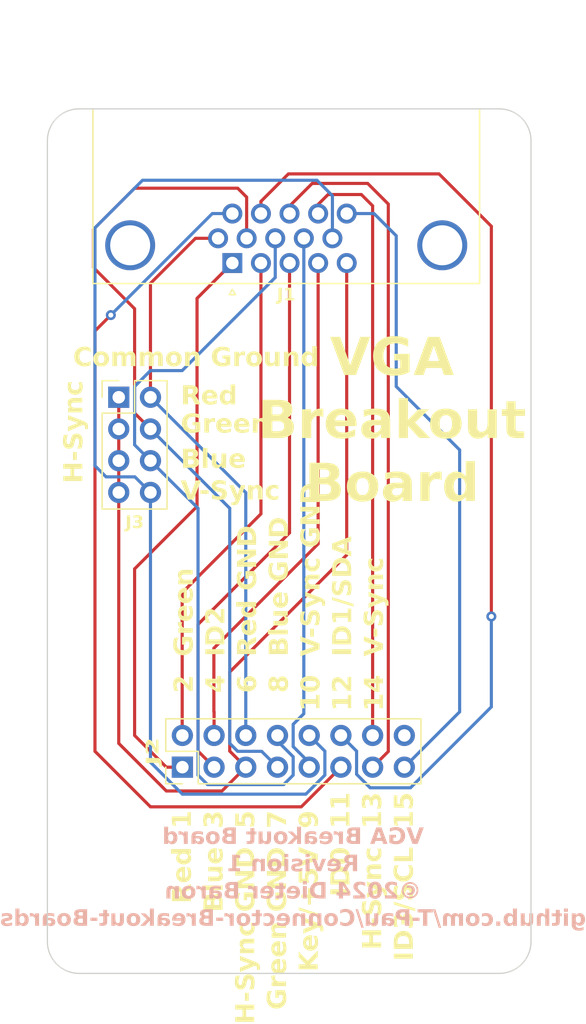
<source format=kicad_pcb>
(kicad_pcb (version 20241229) (generator "pcbnew") (generator_version "9.0")
  (layers (0 "F.Cu" signal) (2 "B.Cu" signal) (13 "F.Paste" user) (15 "B.Paste" user) (5 "F.SilkS" user "F.Silkscreen") (7 "B.SilkS" user "B.Silkscreen") (1 "F.Mask" user) (3 "B.Mask" user) (25 "Edge.Cuts" user))
  (net 0 "")
  (net 1 "/RED")
  (net 2 "/GREEN")
  (net 3 "/BLUE")
  (net 4 "/ID2")
  (net 5 "/HGND")
  (net 6 "/RGND")
  (net 7 "/GGND")
  (net 8 "/BGND")
  (net 9 "/KEY")
  (net 10 "/VGND")
  (net 11 "/ID0")
  (net 12 "/ID1")
  (net 13 "/HSYNC")
  (net 14 "/VSYNC")
  (net 15 "/ID3")
  (footprint "Connector_PinHeader_2.54mm:PinHeader_2x08_P2.54mm_Vertical" (layer "F.Cu") (at 121.935 90.805 90)
    (property "Reference" "J2" (at 1.27 -2.33 90) (layer "F.SilkS") (effects (font (size 1 1.5))))
    (property "Value" "Conn_02x08_Top_Bottom")
    (fp_line (start 3.87 -1.33) (end 3.87 19.11) (stroke (width 0.12)) (layer "F.SilkS"))
    (fp_line (start 1.27 -1.33) (end 3.87 -1.33) (stroke (width 0.12)) (layer "F.SilkS"))
    (fp_line (start -1.33 -1.33) (end 0 -1.33) (stroke (width 0.12)) (layer "F.SilkS"))
    (fp_line (start -1.33 0) (end -1.33 -1.33) (stroke (width 0.12)) (layer "F.SilkS"))
    (fp_line (start 1.27 1.27) (end 1.27 -1.33) (stroke (width 0.12)) (layer "F.SilkS"))
    (fp_line (start -1.33 1.27) (end 1.27 1.27) (stroke (width 0.12)) (layer "F.SilkS"))
    (fp_line (start -1.33 1.27) (end -1.33 19.11) (stroke (width 0.12)) (layer "F.SilkS"))
    (fp_line (start -1.33 19.11) (end 3.87 19.11) (stroke (width 0.12)) (layer "F.SilkS"))
    (pad "1" thru_hole rect (at 0 0 90) (size 1.7 1.7) (drill 1) (layers "*.Cu" "*.Mask") (net 1 "/RED"))
    (pad "2" thru_hole oval (at 2.54 0 90) (size 1.7 1.7) (drill 1) (layers "*.Cu" "*.Mask") (net 2 "/GREEN"))
    (pad "3" thru_hole oval (at 0 2.54 90) (size 1.7 1.7) (drill 1) (layers "*.Cu" "*.Mask") (net 3 "/BLUE"))
    (pad "4" thru_hole oval (at 2.54 2.54 90) (size 1.7 1.7) (drill 1) (layers "*.Cu" "*.Mask") (net 4 "/ID2"))
    (pad "5" thru_hole oval (at 0 5.08 90) (size 1.7 1.7) (drill 1) (layers "*.Cu" "*.Mask") (net 5 "/HGND"))
    (pad "6" thru_hole oval (at 2.54 5.08 90) (size 1.7 1.7) (drill 1) (layers "*.Cu" "*.Mask") (net 6 "/RGND"))
    (pad "7" thru_hole oval (at 0 7.62 90) (size 1.7 1.7) (drill 1) (layers "*.Cu" "*.Mask") (net 7 "/GGND"))
    (pad "8" thru_hole oval (at 2.54 7.62 90) (size 1.7 1.7) (drill 1) (layers "*.Cu" "*.Mask") (net 8 "/BGND"))
    (pad "9" thru_hole oval (at 0 10.16 90) (size 1.7 1.7) (drill 1) (layers "*.Cu" "*.Mask") (net 9 "/KEY"))
    (pad "10" thru_hole oval (at 2.54 10.16 90) (size 1.7 1.7) (drill 1) (layers "*.Cu" "*.Mask") (net 10 "/VGND"))
    (pad "11" thru_hole oval (at 0 12.7 90) (size 1.7 1.7) (drill 1) (layers "*.Cu" "*.Mask") (net 11 "/ID0"))
    (pad "12" thru_hole oval (at 2.54 12.7 90) (size 1.7 1.7) (drill 1) (layers "*.Cu" "*.Mask") (net 12 "/ID1"))
    (pad "13" thru_hole oval (at 0 15.24 90) (size 1.7 1.7) (drill 1) (layers "*.Cu" "*.Mask") (net 13 "/HSYNC"))
    (pad "14" thru_hole oval (at 2.54 15.24 90) (size 1.7 1.7) (drill 1) (layers "*.Cu" "*.Mask") (net 14 "/VSYNC"))
    (pad "15" thru_hole oval (at 0 17.78 90) (size 1.7 1.7) (drill 1) (layers "*.Cu" "*.Mask") (net 15 "/ID3"))
    (pad "16" thru_hole oval (at 2.54 17.78 90) (size 1.7 1.7) (drill 1) (layers "*.Cu" "*.Mask"))
  )
  (footprint "Connector_PinHeader_2.54mm:PinHeader_2x04_P2.54mm_Vertical" (layer "F.Cu") (at 116.84 61.1886)
    (property "Reference" "J3" (at 1.27 10.0584 0) (layer "F.SilkS"))
    (property "Value" "Conn_02x04_Odd_Even")
    (fp_line (start -1.33 -1.33) (end 0 -1.33) (stroke (width 0.12)) (layer "F.SilkS"))
    (fp_line (start -1.33 0) (end -1.33 -1.33) (stroke (width 0.12)) (layer "F.SilkS"))
    (fp_line (start -1.33 1.27) (end -1.33 8.95) (stroke (width 0.12)) (layer "F.SilkS"))
    (fp_line (start -1.33 1.27) (end 1.27 1.27) (stroke (width 0.12)) (layer "F.SilkS"))
    (fp_line (start -1.33 8.95) (end 3.87 8.95) (stroke (width 0.12)) (layer "F.SilkS"))
    (fp_line (start 1.27 -1.33) (end 3.87 -1.33) (stroke (width 0.12)) (layer "F.SilkS"))
    (fp_line (start 1.27 1.27) (end 1.27 -1.33) (stroke (width 0.12)) (layer "F.SilkS"))
    (fp_line (start 3.87 -1.33) (end 3.87 8.95) (stroke (width 0.12)) (layer "F.SilkS"))
    (pad "1" thru_hole rect (at 0 0) (size 1.7 1.7) (drill 1) (layers "*.Cu" "*.Mask") (net 5 "/HGND"))
    (pad "2" thru_hole oval (at 2.54 0) (size 1.7 1.7) (drill 1) (layers "*.Cu" "*.Mask") (net 6 "/RGND"))
    (pad "3" thru_hole oval (at 0 2.54) (size 1.7 1.7) (drill 1) (layers "*.Cu" "*.Mask") (net 5 "/HGND"))
    (pad "4" thru_hole oval (at 2.54 2.54) (size 1.7 1.7) (drill 1) (layers "*.Cu" "*.Mask") (net 7 "/GGND"))
    (pad "5" thru_hole oval (at 0 5.08) (size 1.7 1.7) (drill 1) (layers "*.Cu" "*.Mask") (net 5 "/HGND"))
    (pad "6" thru_hole oval (at 2.54 5.08) (size 1.7 1.7) (drill 1) (layers "*.Cu" "*.Mask") (net 8 "/BGND"))
    (pad "7" thru_hole oval (at 0 7.62) (size 1.7 1.7) (drill 1) (layers "*.Cu" "*.Mask") (net 5 "/HGND"))
    (pad "8" thru_hole oval (at 2.54 7.62) (size 1.7 1.7) (drill 1) (layers "*.Cu" "*.Mask") (net 10 "/VGND"))
  )
  (footprint "Connector_Dsub:DSUB-15-HD_Female_Horizontal_P2.29x1.98mm_EdgePinOffset8.35mm_Housed_MountingHolesOffset10.89mm" (layer "F.Cu") (at 125.9394 50.442 180)
    (property "Reference" "J1" (at -4.315 -2.58 0) (layer "F.SilkS"))
    (property "Value" "DE15_Receptacle_HighDensity")
    (fp_line (start 11.17 -1.64) (end 11.17 12.25) (stroke (width 0.12)) (layer "F.SilkS"))
    (fp_line (start 0.25 -2.534338) (end 0 -2.101325) (stroke (width 0.12)) (layer "F.SilkS"))
    (fp_line (start 0 -2.101325) (end -0.25 -2.534338) (stroke (width 0.12)) (layer "F.SilkS"))
    (fp_line (start -0.25 -2.534338) (end 0.25 -2.534338) (stroke (width 0.12)) (layer "F.SilkS"))
    (fp_line (start -19.8 12.25) (end -19.8 -1.64) (stroke (width 0.12)) (layer "F.SilkS"))
    (fp_line (start -19.8 -1.64) (end 11.17 -1.64) (stroke (width 0.12)) (layer "F.SilkS"))
    (pad "0" thru_hole circle (at -16.815 1.42 180) (size 4 4) (drill 3.2) (layers "*.Cu" "*.Mask"))
    (pad "0" thru_hole circle (at 8.185 1.42 180) (size 4 4) (drill 3.2) (layers "*.Cu" "*.Mask"))
    (pad "1" thru_hole rect (at 0 0 180) (size 1.6 1.6) (drill 1) (layers "*.Cu" "*.Mask") (net 1 "/RED"))
    (pad "2" thru_hole circle (at -2.29 0 180) (size 1.6 1.6) (drill 1) (layers "*.Cu" "*.Mask") (net 2 "/GREEN"))
    (pad "3" thru_hole circle (at -4.58 0 180) (size 1.6 1.6) (drill 1) (layers "*.Cu" "*.Mask") (net 3 "/BLUE"))
    (pad "4" thru_hole circle (at -6.87 0 180) (size 1.6 1.6) (drill 1) (layers "*.Cu" "*.Mask") (net 4 "/ID2"))
    (pad "5" thru_hole circle (at -9.16 0 180) (size 1.6 1.6) (drill 1) (layers "*.Cu" "*.Mask") (net 5 "/HGND"))
    (pad "6" thru_hole circle (at 1.145 1.98 180) (size 1.6 1.6) (drill 1) (layers "*.Cu" "*.Mask") (net 6 "/RGND"))
    (pad "7" thru_hole circle (at -1.145 1.98 180) (size 1.6 1.6) (drill 1) (layers "*.Cu" "*.Mask") (net 7 "/GGND"))
    (pad "8" thru_hole circle (at -3.435 1.98 180) (size 1.6 1.6) (drill 1) (layers "*.Cu" "*.Mask") (net 8 "/BGND"))
    (pad "9" thru_hole circle (at -5.725 1.98 180) (size 1.6 1.6) (drill 1) (layers "*.Cu" "*.Mask") (net 9 "/KEY"))
    (pad "10" thru_hole circle (at -8.015 1.98 180) (size 1.6 1.6) (drill 1) (layers "*.Cu" "*.Mask") (net 10 "/VGND"))
    (pad "11" thru_hole circle (at 0 3.96 180) (size 1.6 1.6) (drill 1) (layers "*.Cu" "*.Mask") (net 11 "/ID0"))
    (pad "12" thru_hole circle (at -2.29 3.96 180) (size 1.6 1.6) (drill 1) (layers "*.Cu" "*.Mask") (net 12 "/ID1"))
    (pad "13" thru_hole circle (at -4.58 3.96 180) (size 1.6 1.6) (drill 1) (layers "*.Cu" "*.Mask") (net 13 "/HSYNC"))
    (pad "14" thru_hole circle (at -6.87 3.96 180) (size 1.6 1.6) (drill 1) (layers "*.Cu" "*.Mask") (net 14 "/VSYNC"))
    (pad "15" thru_hole circle (at -9.16 3.96 180) (size 1.6 1.6) (drill 1) (layers "*.Cu" "*.Mask") (net 15 "/ID3"))
  )
  (gr_arc (start 147.32 38.1) (mid 149.116051 38.843949) (end 149.86 40.64) (stroke (width 0.1)) (layer "Edge.Cuts"))
  (gr_line (start 111.125 104.775) (end 111.125 40.64) (stroke (width 0.1)) (layer "Edge.Cuts"))
  (gr_line (start 113.665 38.1) (end 147.32 38.1) (stroke (width 0.1)) (layer "Edge.Cuts"))
  (gr_arc (start 149.86 104.775) (mid 149.116051 106.571051) (end 147.32 107.315) (stroke (width 0.1)) (layer "Edge.Cuts"))
  (gr_arc (start 111.125 40.64) (mid 111.868949 38.843949) (end 113.665 38.1) (stroke (width 0.1)) (layer "Edge.Cuts"))
  (gr_line (start 147.32 107.315) (end 113.665 107.315) (stroke (width 0.1)) (layer "Edge.Cuts"))
  (gr_arc (start 113.665 107.315) (mid 111.868949 106.571051) (end 111.125 104.775) (stroke (width 0.1)) (layer "Edge.Cuts"))
  (gr_line (start 149.86 40.64) (end 149.86 104.775) (stroke (width 0.1)) (layer "Edge.Cuts"))
  (gr_text "ID0  11" (at 135.573 92.802 90) (layer "F.SilkS") (effects (font (size 1.5 1.5)) (justify right bottom)))
  (gr_text "Blue" (at 121.8 67.0944 0) (layer "F.SilkS") (effects (font (size 1.5 1.5)) (justify left bottom)))
  (gr_text "ID3/SCL  15" (at 140.653 92.802 90) (layer "F.SilkS") (effects (font (size 1.5 1.5)) (justify right bottom)))
  (gr_text "Common Ground" (at 113.175 58.95 0) (layer "F.SilkS") (effects (font (size 1.5 1.5)) (justify left bottom)))
  (gr_text "Red" (at 121.8 62.0144 0) (layer "F.SilkS") (effects (font (size 1.5 1.5)) (justify left bottom)))
  (gr_text "H-Sync" (at 114.18 68.085 90) (layer "F.SilkS") (effects (font (size 1.5 1.5)) (justify left bottom)))
  (gr_text "Key/+5V  9  " (at 133.033 92.802 90) (layer "F.SilkS") (effects (font (size 1.5 1.5)) (justify right bottom)))
  (gr_text "14  V-Sync" (at 138.255 86.325 90) (layer "F.SilkS") (effects (font (size 1.5 1.5)) (justify left bottom)))
  (gr_text "Red  1  " (at 122.873 92.802 90) (layer "F.SilkS") (effects (font (size 1.5 1.5)) (justify right bottom)))
  (gr_text "V-Sync" (at 121.8 69.6344 0) (layer "F.SilkS") (effects (font (size 1.5 1.5)) (justify left bottom)))
  (gr_text "  2  Green" (at 123.015 86.325 90) (layer "F.SilkS") (effects (font (size 1.5 1.5)) (justify left bottom)))
  (gr_text "Blue  3  " (at 125.413 92.802 90) (layer "F.SilkS") (effects (font (size 1.5 1.5)) (justify right bottom)))
  (gr_text "  8  Blue GND" (at 130.635 86.325 90) (layer "F.SilkS") (effects (font (size 1.5 1.5)) (justify left bottom)))
  (gr_text "  4  ID2" (at 125.555 86.325 90) (layer "F.SilkS") (effects (font (size 1.5 1.5)) (justify left bottom)))
  (gr_text "12  ID1/SDA" (at 135.715 86.325 90) (layer "F.SilkS") (effects (font (size 1.5 1.5)) (justify left bottom)))
  (gr_text "Green" (at 121.8 64.275 0) (layer "F.SilkS") (effects (font (size 1.5 1.5)) (justify left bottom)))
  (gr_text "H-Sync GND  5  " (at 127.953 92.802 90) (layer "F.SilkS") (effects (font (size 1.5 1.5)) (justify right bottom)))
  (gr_text "Green GND  7  " (at 130.493 92.802 90) (layer "F.SilkS") (effects (font (size 1.5 1.5)) (justify right bottom)))
  (gr_text "VGA\nBreakout\nBoard" (at 138.725 70 0) (layer "F.SilkS") (effects (font (size 3 3) (thickness 0.3)) (justify bottom)))
  (gr_text "  6  Red GND" (at 128.095 86.325 90) (layer "F.SilkS") (effects (font (size 1.5 1.5)) (justify left bottom)))
  (gr_text "H-Sync  13" (at 138.113 92.802 90) (layer "F.SilkS") (effects (font (size 1.5 1.5)) (justify right bottom)))
  (gr_text "10  V-Sync GND" (at 133.175 86.325 90) (layer "F.SilkS") (effects (font (size 1.5 1.5)) (justify left bottom)))
  (gr_text "VGA Breakout Board\nRevision 1\n©2024 Dieter Baron\ngithub.com/T-Pau/Connector-Breakout-Boards" (at 130.8 103.725 0) (layer "B.SilkS") (effects (font (size 1.3 1.3)) (justify bottom mirror)))
  (segment (start 123.11 53.2714) (end 123.11 69.93) (width 0.25) (layer "F.Cu") (net 1))
  (segment (start 123.11 69.93) (end 118.11 74.93) (width 0.25) (layer "F.Cu") (net 1))
  (segment (start 118.11 74.93) (end 118.11 88.265) (width 0.25) (layer "F.Cu") (net 1))
  (segment (start 118.11 88.265) (end 120.65 90.805) (width 0.25) (layer "F.Cu") (net 1))
  (segment (start 120.65 90.805) (end 121.935 90.805) (width 0.25) (layer "F.Cu") (net 1))
  (segment (start 125.9394 50.442) (end 123.11 53.2714) (width 0.25) (layer "F.Cu") (net 1))
  (segment (start 128.2294 50.442) (end 128.2294 70.5256) (width 0.25) (layer "F.Cu") (net 2))
  (segment (start 121.92 88.25) (end 121.935 88.265) (width 0.25) (layer "F.Cu") (net 2))
  (segment (start 128.2294 70.5256) (end 121.92 76.835) (width 0.25) (layer "F.Cu") (net 2))
  (segment (start 121.92 76.835) (end 121.92 88.25) (width 0.25) (layer "F.Cu") (net 2))
  (segment (start 130.5194 72.0456) (end 123.19 79.375) (width 0.25) (layer "F.Cu") (net 3))
  (segment (start 130.5194 50.442) (end 130.5194 72.0456) (width 0.25) (layer "F.Cu") (net 3))
  (segment (start 123.19 79.375) (end 123.19 89.52) (width 0.25) (layer "F.Cu") (net 3))
  (segment (start 123.19 89.52) (end 124.475 90.805) (width 0.25) (layer "F.Cu") (net 3))
  (segment (start 124.46 86.36) (end 124.475 86.375) (width 0.25) (layer "F.Cu") (net 4))
  (segment (start 124.46 81.28) (end 124.46 86.36) (width 0.25) (layer "F.Cu") (net 4))
  (segment (start 132.8094 72.9306) (end 124.46 81.28) (width 0.25) (layer "F.Cu") (net 4))
  (segment (start 124.475 86.375) (end 124.475 88.265) (width 0.25) (layer "F.Cu") (net 4))
  (segment (start 132.8094 50.442) (end 132.8094 72.9306) (width 0.25) (layer "F.Cu") (net 4))
  (segment (start 125.73 89.52) (end 127.015 90.805) (width 0.25) (layer "F.Cu") (net 5))
  (segment (start 125.11 92.71) (end 127.015 90.805) (width 0.25) (layer "F.Cu") (net 5))
  (segment (start 116.84 61.1886) (end 116.84 63.7286) (width 0.25) (layer "F.Cu") (net 5))
  (segment (start 125.73 83.185) (end 125.73 89.52) (width 0.25) (layer "F.Cu") (net 5))
  (segment (start 135.0994 73.8156) (end 125.73 83.185) (width 0.25) (layer "F.Cu") (net 5))
  (segment (start 116.84 66.2686) (end 116.84 68.8086) (width 0.25) (layer "F.Cu") (net 5))
  (segment (start 116.84 68.8086) (end 116.84 88.9) (width 0.25) (layer "F.Cu") (net 5))
  (segment (start 135.0994 50.442) (end 135.0994 73.8156) (width 0.25) (layer "F.Cu") (net 5))
  (segment (start 116.84 63.7286) (end 116.84 66.2686) (width 0.25) (layer "F.Cu") (net 5))
  (segment (start 116.84 88.9) (end 120.65 92.71) (width 0.25) (layer "F.Cu") (net 5))
  (segment (start 120.65 92.71) (end 125.11 92.71) (width 0.25) (layer "F.Cu") (net 5))
  (segment (start 122.988 48.462) (end 119.38 52.07) (width 0.25) (layer "F.Cu") (net 6))
  (segment (start 124.7944 48.462) (end 122.988 48.462) (width 0.25) (layer "F.Cu") (net 6))
  (segment (start 119.38 52.07) (end 119.38 61.1886) (width 0.25) (layer "F.Cu") (net 6))
  (segment (start 127.015 68.8236) (end 127.015 88.265) (width 0.25) (layer "B.Cu") (net 6))
  (segment (start 119.38 61.1886) (end 127.015 68.8236) (width 0.25) (layer "B.Cu") (net 6))
  (segment (start 118.11 54.102) (end 118.11 62.4586) (width 0.25) (layer "F.Cu") (net 7))
  (segment (start 127.0844 45.1694) (end 126.365 44.45) (width 0.25) (layer "F.Cu") (net 7))
  (segment (start 126.365 44.45) (end 118.11 44.45) (width 0.25) (layer "F.Cu") (net 7))
  (segment (start 127.0844 48.462) (end 127.0844 45.1694) (width 0.25) (layer "F.Cu") (net 7))
  (segment (start 114.81488 47.74512) (end 114.81488 50.80688) (width 0.25) (layer "F.Cu") (net 7))
  (segment (start 114.81488 50.80688) (end 118.11 54.102) (width 0.25) (layer "F.Cu") (net 7))
  (segment (start 118.11 44.45) (end 114.81488 47.74512) (width 0.25) (layer "F.Cu") (net 7))
  (segment (start 118.11 62.4586) (end 119.38 63.7286) (width 0.25) (layer "F.Cu") (net 7))
  (segment (start 119.38 63.7286) (end 125.73 70.0786) (width 0.25) (layer "B.Cu") (net 7))
  (segment (start 125.73 70.0786) (end 125.73 88.9) (width 0.25) (layer "B.Cu") (net 7))
  (segment (start 126.365 89.535) (end 128.285 89.535) (width 0.25) (layer "B.Cu") (net 7))
  (segment (start 128.285 89.535) (end 129.555 90.805) (width 0.25) (layer "B.Cu") (net 7))
  (segment (start 125.73 88.9) (end 126.365 89.535) (width 0.25) (layer "B.Cu") (net 7))
  (segment (start 130.048 92.202) (end 130.81 91.44) (width 0.25) (layer "B.Cu") (net 8))
  (segment (start 118.11 64.9986) (end 119.38 66.2686) (width 0.25) (layer "B.Cu") (net 8))
  (segment (start 119.38 59.055) (end 118.11 60.325) (width 0.25) (layer "B.Cu") (net 8))
  (segment (start 130.81 91.44) (end 130.81 89.972) (width 0.25) (layer "B.Cu") (net 8))
  (segment (start 129.555 88.717) (end 129.555 88.265) (width 0.25) (layer "B.Cu") (net 8))
  (segment (start 118.11 60.325) (end 118.11 64.9986) (width 0.25) (layer "B.Cu") (net 8))
  (segment (start 121.92 59.055) (end 119.38 59.055) (width 0.25) (layer "B.Cu") (net 8))
  (segment (start 123.19 70.0786) (end 123.19 91.44) (width 0.25) (layer "B.Cu") (net 8))
  (segment (start 130.81 89.972) (end 129.555 88.717) (width 0.25) (layer "B.Cu") (net 8))
  (segment (start 129.3744 51.6006) (end 121.92 59.055) (width 0.25) (layer "B.Cu") (net 8))
  (segment (start 129.3744 48.462) (end 129.3744 51.6006) (width 0.25) (layer "B.Cu") (net 8))
  (segment (start 119.38 66.2686) (end 123.19 70.0786) (width 0.25) (layer "B.Cu") (net 8))
  (segment (start 123.952 92.202) (end 130.048 92.202) (width 0.25) (layer "B.Cu") (net 8))
  (segment (start 123.19 91.44) (end 123.952 92.202) (width 0.25) (layer "B.Cu") (net 8))
  (segment (start 130.81 89.154) (end 132.095 90.439) (width 0.25) (layer "B.Cu") (net 9))
  (segment (start 132.095 90.439) (end 132.095 90.805) (width 0.25) (layer "B.Cu") (net 9))
  (segment (start 131.6644 86.5216) (end 130.81 87.376) (width 0.25) (layer "B.Cu") (net 9))
  (segment (start 130.81 87.376) (end 130.81 89.154) (width 0.25) (layer "B.Cu") (net 9))
  (segment (start 131.6644 48.462) (end 131.6644 86.5216) (width 0.25) (layer "B.Cu") (net 9))
  (segment (start 119.38 90.40962) (end 121.93438 92.964) (width 0.25) (layer "B.Cu") (net 10))
  (segment (start 131.826 92.964) (end 133.35 91.44) (width 0.25) (layer "B.Cu") (net 10))
  (segment (start 133.35 91.44) (end 133.35 89.52) (width 0.25) (layer "B.Cu") (net 10))
  (segment (start 132.715 43.815) (end 118.745 43.815) (width 0.25) (layer "B.Cu") (net 10))
  (segment (start 121.93438 92.964) (end 131.826 92.964) (width 0.25) (layer "B.Cu") (net 10))
  (segment (start 118.1354 67.564) (end 119.38 68.8086) (width 0.25) (layer "B.Cu") (net 10))
  (segment (start 133.9544 45.0544) (end 132.715 43.815) (width 0.25) (layer "B.Cu") (net 10))
  (segment (start 118.745 43.815) (end 114.935 47.625) (width 0.25) (layer "B.Cu") (net 10))
  (segment (start 119.38 68.8086) (end 119.38 90.40962) (width 0.25) (layer "B.Cu") (net 10))
  (segment (start 133.35 89.52) (end 132.095 88.265) (width 0.25) (layer "B.Cu") (net 10))
  (segment (start 114.935 66.675) (end 115.824 67.564) (width 0.25) (layer "B.Cu") (net 10))
  (segment (start 133.9544 48.462) (end 133.9544 45.0544) (width 0.25) (layer "B.Cu") (net 10))
  (segment (start 115.824 67.564) (end 118.1354 67.564) (width 0.25) (layer "B.Cu") (net 10))
  (segment (start 114.935 47.625) (end 114.935 66.675) (width 0.25) (layer "B.Cu") (net 10))
  (segment (start 114.935 89.535) (end 119.38 93.98) (width 0.25) (layer "F.Cu") (net 11))
  (segment (start 114.935 55.88) (end 114.935 89.535) (width 0.25) (layer "F.Cu") (net 11))
  (segment (start 119.38 93.98) (end 131.46 93.98) (width 0.25) (layer "F.Cu") (net 11))
  (segment (start 116.205 54.61) (end 114.935 55.88) (width 0.25) (layer "F.Cu") (net 11))
  (segment (start 131.46 93.98) (end 134.635 90.805) (width 0.25) (layer "F.Cu") (net 11))
  (via (at 116.205 54.61) (size 0.8) (drill 0.4) (layers "F.Cu" "B.Cu") (net 11))
  (segment (start 116.205 54.61) (end 116.3764 54.4386) (width 0.25) (layer "B.Cu") (net 11))
  (segment (start 125.9394 46.482) (end 124.333 46.482) (width 0.25) (layer "B.Cu") (net 11))
  (segment (start 124.333 46.482) (end 116.205 54.61) (width 0.25) (layer "B.Cu") (net 11))
  (segment (start 142.494 43.307) (end 146.685 47.498) (width 0.25) (layer "F.Cu") (net 12))
  (segment (start 128.2294 46.482) (end 128.2294 45.5066) (width 0.25) (layer "F.Cu") (net 12))
  (segment (start 146.685 47.498) (end 146.685 78.74) (width 0.25) (layer "F.Cu") (net 12))
  (segment (start 130.429 43.307) (end 142.494 43.307) (width 0.25) (layer "F.Cu") (net 12))
  (segment (start 128.2294 45.5066) (end 130.429 43.307) (width 0.25) (layer "F.Cu") (net 12))
  (via (at 146.685 78.74) (size 0.8) (drill 0.4) (layers "F.Cu" "B.Cu") (net 12))
  (segment (start 135.89 89.52) (end 134.635 88.265) (width 0.25) (layer "B.Cu") (net 12))
  (segment (start 136.975946 92.456) (end 135.89 91.370054) (width 0.25) (layer "B.Cu") (net 12))
  (segment (start 135.89 91.370054) (end 135.89 89.52) (width 0.25) (layer "B.Cu") (net 12))
  (segment (start 146.685 85.979) (end 140.208 92.456) (width 0.25) (layer "B.Cu") (net 12))
  (segment (start 140.208 92.456) (end 136.975946 92.456) (width 0.25) (layer "B.Cu") (net 12))
  (segment (start 146.685 78.74) (end 146.685 85.979) (width 0.25) (layer "B.Cu") (net 12))
  (segment (start 130.5194 46.482) (end 130.5194 45.8836) (width 0.25) (layer "F.Cu") (net 13))
  (segment (start 132.334 44.069) (end 136.779 44.069) (width 0.25) (layer "F.Cu") (net 13))
  (segment (start 138.43 89.55) (end 137.175 90.805) (width 0.25) (layer "F.Cu") (net 13))
  (segment (start 130.5194 45.8836) (end 132.334 44.069) (width 0.25) (layer "F.Cu") (net 13))
  (segment (start 136.779 44.069) (end 138.43 45.72) (width 0.25) (layer "F.Cu") (net 13))
  (segment (start 138.43 45.72) (end 138.43 89.55) (width 0.25) (layer "F.Cu") (net 13))
  (segment (start 136.271 44.958) (end 137.175 45.862) (width 0.25) (layer "F.Cu") (net 14))
  (segment (start 132.8094 46.482) (end 132.8094 45.7526) (width 0.25) (layer "F.Cu") (net 14))
  (segment (start 132.8094 45.7526) (end 133.604 44.958) (width 0.25) (layer "F.Cu") (net 14))
  (segment (start 137.175 45.862) (end 137.175 88.265) (width 0.25) (layer "F.Cu") (net 14))
  (segment (start 133.604 44.958) (end 136.271 44.958) (width 0.25) (layer "F.Cu") (net 14))
  (segment (start 137.287 46.482) (end 139.065 48.26) (width 0.25) (layer "B.Cu") (net 15))
  (segment (start 139.065 48.26) (end 139.065 60.325) (width 0.25) (layer "B.Cu") (net 15))
  (segment (start 139.065 60.325) (end 144.145 65.405) (width 0.25) (layer "B.Cu") (net 15))
  (segment (start 144.145 86.375) (end 139.715 90.805) (width 0.25) (layer "B.Cu") (net 15))
  (segment (start 144.145 65.405) (end 144.145 86.375) (width 0.25) (layer "B.Cu") (net 15))
  (segment (start 135.0994 46.482) (end 137.287 46.482) (width 0.25) (layer "B.Cu") (net 15))
)
</source>
